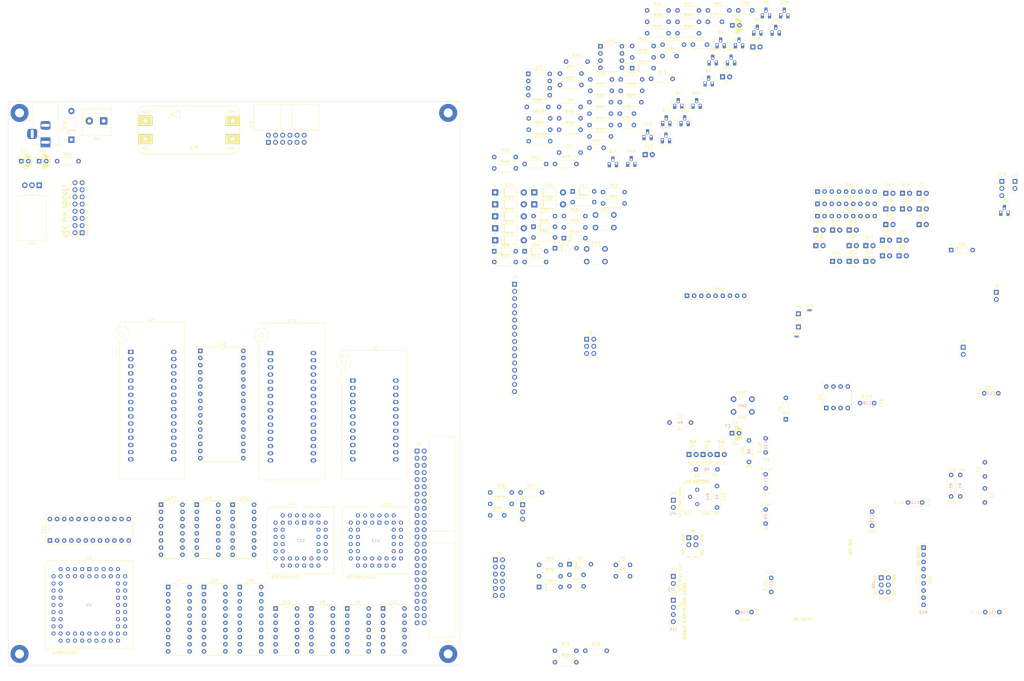
<source format=kicad_pcb>
(kicad_pcb (version 20211014) (generator pcbnew)
  (layers (0 "F.Cu" signal) (31 "B.Cu" signal) (34 "B.Paste" user) (35 "F.Paste" user) (36 "B.SilkS" user "B.Silkscreen") (37 "F.SilkS" user "F.Silkscreen") (38 "B.Mask" user) (39 "F.Mask" user) (44 "Edge.Cuts" user))
  (net 0 "")
  (net 1 "GND")
  (net 2 "VCC")
  (net 3 "RESET")
  (net 4 "LCD-ADJ")
  (net 5 "TX-LED")
  (net 6 "Net-(D2-Pad2)")
  (net 7 "RX-LED")
  (net 8 "Net-(D3-Pad2)")
  (net 9 "/Power/9VDC")
  (net 10 "VIN")
  (net 11 "zVCC")
  (net 12 "VPP-OUT")
  (net 13 "VCC-OUT")
  (net 14 "zOE")
  (net 15 "Net-(C2-Pad1)")
  (net 16 "Net-(D13-Pad1)")
  (net 17 "Net-(C4-Pad1)")
  (net 18 "zA11")
  (net 19 "Net-(D15-Pad2)")
  (net 20 "zA19")
  (net 21 "Net-(D1-Pad2)")
  (net 22 "Net-(D5-Pad2)")
  (net 23 "zA17")
  (net 24 "Net-(D6-Pad2)")
  (net 25 "Net-(D22-Pad2)")
  (net 26 "Net-(D23-Pad2)")
  (net 27 "Net-(D24-Pad2)")
  (net 29 "D7")
  (net 30 "D6")
  (net 31 "D5")
  (net 32 "D4")
  (net 33 "D3")
  (net 34 "D2")
  (net 35 "D1")
  (net 36 "D0")
  (net 37 "A0")
  (net 38 "A1")
  (net 39 "A5")
  (net 40 "A2")
  (net 41 "A3")
  (net 42 "A6")
  (net 43 "A7")
  (net 44 "A4")
  (net 45 "A8")
  (net 46 "A12")
  (net 47 "A10")
  (net 48 "A13")
  (net 49 "A9")
  (net 50 "~{WR}")
  (net 51 "A11")
  (net 52 "A14")
  (net 53 "A15")
  (net 54 "~{OE}")
  (net 55 "/MCU_SAB80C535/VBB")
  (net 56 "zA13")
  (net 57 "~{RES-OUT}")
  (net 58 "zA15")
  (net 59 "Net-(D7-Pad2)")
  (net 60 "Net-(D8-Pad2)")
  (net 61 "P4.6")
  (net 62 "P4.7")
  (net 63 "Net-(D9-Pad2)")
  (net 64 "zSPARE1")
  (net 65 "zSPARE0")
  (net 66 "zA0")
  (net 67 "zA1")
  (net 68 "zA2")
  (net 69 "zA3")
  (net 70 "zA4")
  (net 71 "zA5")
  (net 72 "zA6")
  (net 73 "zA7")
  (net 74 "zA8")
  (net 75 "zA9")
  (net 76 "zA10")
  (net 77 "zGND")
  (net 78 "zA12")
  (net 79 "zA14")
  (net 80 "zA16")
  (net 81 "zA18")
  (net 82 "GND32")
  (net 83 "Net-(Q1-Pad2)")
  (net 84 "Net-(Q1-Pad3)")
  (net 85 "Net-(Q2-Pad2)")
  (net 86 "Net-(Q3-Pad2)")
  (net 87 "Net-(Q4-Pad2)")
  (net 88 "Net-(Q4-Pad3)")
  (net 89 "Net-(Q5-Pad2)")
  (net 90 "Net-(Q5-Pad3)")
  (net 91 "Net-(Q6-Pad2)")
  (net 92 "Net-(Q7-Pad2)")
  (net 93 "Net-(Q8-Pad2)")
  (net 94 "Net-(Q8-Pad3)")
  (net 95 "Net-(Q9-Pad2)")
  (net 96 "Net-(Q9-Pad3)")
  (net 97 "Net-(Q10-Pad2)")
  (net 98 "Net-(Q11-Pad2)")
  (net 99 "Net-(Q12-Pad2)")
  (net 100 "Net-(Q12-Pad3)")
  (net 101 "Net-(Q13-Pad2)")
  (net 102 "Net-(Q13-Pad3)")
  (net 103 "Net-(Q14-Pad2)")
  (net 104 "Net-(Q15-Pad2)")
  (net 105 "Net-(D10-Pad2)")
  (net 106 "VPP-2716")
  (net 107 "RD-2716")
  (net 108 "VCC-DIP24")
  (net 109 "VPP-2732")
  (net 110 "VCC-DIP28")
  (net 111 "VPP-DIP28")
  (net 112 "VCC-DIP32")
  (net 113 "VPP-DIP32")
  (net 114 "Net-(R42-Pad1)")
  (net 115 "Net-(R43-Pad1)")
  (net 116 "Net-(R44-Pad2)")
  (net 117 "Net-(R45-Pad2)")
  (net 118 "VPP-ADC")
  (net 119 "~{INT0}")
  (net 120 "~{INT1}")
  (net 121 "T1")
  (net 122 "RxD-0")
  (net 123 "TxD-0")
  (net 124 "Net-(D11-Pad2)")
  (net 125 "Net-(D12-Pad2)")
  (net 126 "RxD-1")
  (net 127 "TxD-1")
  (net 128 "Net-(D14-Pad1)")
  (net 129 "Net-(D17-Pad2)")
  (net 130 "~{PE}")
  (net 131 "RxD")
  (net 132 "TxD")
  (net 133 "~{RD}")
  (net 134 "~{PSEN}")
  (net 135 "T0")
  (net 136 "~{CS-LCD}")
  (net 137 "ALE")
  (net 138 "Net-(D4-Pad2)")
  (net 139 "~{CS-PPI1}")
  (net 140 "~{CS-PPI0}")
  (net 149 "VCC-ADC")
  (net 150 "VIN-ADC")
  (net 151 "~{EA}")
  (net 152 "E")
  (net 153 "INPUT0")
  (net 154 "INPUT1")
  (net 155 "~{INC}")
  (net 156 "U{slash}~{D}")
  (net 157 "Net-(U17-Pad3)")
  (net 158 "~{CS-DP0}")
  (net 159 "Net-(U17-Pad5)")
  (net 160 "~{CS-DP1}")
  (net 161 "zCE")
  (net 163 "zD7")
  (net 164 "zD6")
  (net 165 "zD5")
  (net 166 "zD4")
  (net 167 "zD3")
  (net 168 "zD2")
  (net 169 "zD1")
  (net 170 "zD0")
  (net 171 "Net-(D18-Pad1)")
  (net 172 "VOUT")
  (net 173 "LCD-PWR1")
  (net 174 "LCD-PWR2")
  (net 175 "~{CS-RAM}")
  (net 176 "Net-(D19-Pad2)")
  (net 177 "Net-(D20-Pad1)")
  (net 178 "Net-(D21-Pad1)")
  (net 179 "Net-(J3-Pad6)")
  (net 180 "Net-(J3-Pad4)")
  (net 181 "Net-(J3-Pad2)")
  (net 182 "Net-(J6-Pad11)")
  (net 183 "Net-(J6-Pad7)")
  (net 184 "Net-(J6-Pad9)")
  (net 185 "Net-(J6-Pad1)")
  (net 186 "Net-(J6-Pad3)")
  (net 187 "Net-(J6-Pad5)")
  (net 188 "/GALS/CS-LCD-WR")
  (net 197 "Net-(D25-Pad1)")
  (net 198 "Net-(D26-Pad2)")
  (net 199 "Net-(D27-Pad2)")
  (net 200 "Net-(D28-Pad2)")
  (net 201 "Net-(D29-Pad2)")
  (net 202 "Net-(D30-Pad1)")
  (net 203 "Net-(D31-Pad2)")
  (net 204 "Net-(D32-Pad2)")
  (net 205 "Net-(D33-Pad2)")
  (net 208 "Net-(D35-Pad2)")
  (net 209 "Net-(D36-Pad2)")
  (net 210 "~{CS-MMU-WR}")
  (net 211 "Net-(D37-Pad2)")
  (net 216 "~{CS-FF-WR}")
  (net 217 "Net-(D40-Pad2)")
  (net 218 "Net-(D41-Pad2)")
  (net 219 "Net-(D42-Pad2)")
  (net 220 "Net-(D43-Pad2)")
  (net 221 "~{IO-SEL}")
  (net 222 "Net-(D44-Pad2)")
  (net 223 "Net-(D45-Pad2)")
  (net 224 "Net-(D46-Pad2)")
  (net 225 "Net-(D47-Pad2)")
  (net 226 "Net-(D48-Pad2)")
  (net 229 "CLK")
  (net 230 "~{Y7}")
  (net 231 "~{Y4}")
  (net 232 "~{Y5}")
  (net 233 "~{Y3}")
  (net 234 "~{Y2}")
  (net 235 "~{Y1}")
  (net 236 "~{Y6}")
  (net 237 "mA14")
  (net 238 "mA15")
  (net 239 "mA17")
  (net 240 "mA16")
  (net 241 "mA19")
  (net 242 "mA18")
  (net 243 "mA21")
  (net 244 "mA20")
  (net 245 "~{RES-IN}")
  (net 246 "Net-(U5-Pad40)")
  (net 249 "Net-(J10-Pad5)")
  (net 250 "Net-(J10-Pad6)")
  (net 253 "Net-(J11-Pad1)")
  (net 256 "Net-(U8-Pad11)")
  (net 257 "ZERO")
  (net 258 "ONE")
  (net 260 "~{PAGE-EN}")
  (net 269 "~{Y0}")
  (footprint "Resistor_THT:R_Axial_DIN0207_L6.3mm_D2.5mm_P7.62mm_Horizontal" (layer "F.Cu") (at 287.31 25.73)
    (fp_text reference "R36")
    (fp_text value "22K")
  )
  (footprint "Package_TO_SOT_THT:TO-92_HandSolder" (layer "F.Cu") (at 281.94 63.5)
    (fp_text reference "U19")
    (fp_text value "LM317L_TO92")
  )
  (footprint "Capacitor_THT:C_Disc_D5.0mm_W2.5mm_P5.00mm" (layer "F.Cu") (at 396.32 187.235 -90)
    (fp_text reference "C3")
    (fp_text value "0.1uF")
  )
  (footprint "Resistor_THT:R_Axial_DIN0207_L6.3mm_D2.5mm_P7.62mm_Horizontal" (layer "F.Cu") (at 243.84 244.87)
    (fp_text reference "R30")
    (fp_text value "4700")
  )
  (footprint "Diode_THT:D_DO-35_SOD27_P7.62mm_Horizontal" (layer "F.Cu") (at 250.16 81.85)
    (fp_text reference "D17")
    (fp_text value "1N4148")
  )
  (footprint "Socket:DIP_Socket-32_W11.9_W12.7_W15.24_W17.78_W18.5_3M_232-1285-00-0602J" (layer "F.Cu") (at 142.9675 139.23)
    (fp_text reference "U15")
    (fp_text value "27C080")
  )
  (footprint "Resistor_THT:R_Axial_DIN0207_L6.3mm_D2.5mm_P7.62mm_Horizontal" (layer "F.Cu") (at 267.18 42.11)
    (fp_text reference "R14")
    (fp_text value "4700")
  )
  (footprint "Package_LCC:PLCC-44_THT-Socket" (layer "F.Cu") (at 154.94 199.39)
    (fp_text reference "U11")
    (fp_text value "82C55A_PLCC")
  )
  (footprint "Diode_THT:D_DO-35_SOD27_P7.62mm_Horizontal" (layer "F.Cu") (at 236.25 94.4)
    (fp_text reference "D28")
    (fp_text value "1N4148")
  )
  (footprint "LED_THT:LED_D3.0mm" (layer "F.Cu") (at 354.09 101.12)
    (fp_text reference "D11")
    (fp_text value "P1.7")
  )
  (footprint "Capacitor_THT:CP_Radial_D5.0mm_P2.50mm" (layer "F.Cu") (at 306.769775 22.93)
    (fp_text reference "C23")
    (fp_text value "10uF")
  )
  (footprint "Resistor_THT:R_Axial_DIN0207_L6.3mm_D2.5mm_P7.62mm_Horizontal" (layer "F.Cu") (at 222.34 106.9)
    (fp_text reference "R55")
    (fp_text value "2200")
  )
  (footprint "LED_THT:LED_D3.0mm" (layer "F.Cu") (at 336.39 101.12)
    (fp_text reference "D36")
    (fp_text value "~{WR}")
  )
  (footprint "Capacitor_THT:C_Disc_D5.0mm_W2.5mm_P5.00mm" (layer "F.Cu") (at 320.545 218.985 -90)
    (fp_text reference "C17")
    (fp_text value "0.1uF")
  )
  (footprint "Connector_PinHeader_2.54mm:PinHeader_1x03_P2.54mm_Vertical" (layer "F.Cu") (at 232.41 193.055)
    (fp_text reference "J53")
    (fp_text value "GND32")
  )
  (footprint "LED_THT:LED_D3.0mm" (layer "F.Cu") (at 342.29 106.67)
    (fp_text reference "D32")
    (fp_text value "PPI1")
  )
  (footprint "Resistor_THT:R_Array_SIP9" (layer "F.Cu") (at 336.94 90.62)
    (fp_text reference "RN4")
    (fp_text value "10K")
  )
  (footprint "Capacitor_THT:C_Disc_D5.0mm_W2.5mm_P5.00mm" (layer "F.Cu") (at 265.47 218.44)
    (fp_text reference "C5")
    (fp_text value "0.1uF")
  )
  (footprint "LED_THT:LED_D3.0mm" (layer "F.Cu") (at 314.05 30.6)
    (fp_text reference "D23")
    (fp_text value "LED")
  )
  (footprint "Resistor_THT:R_Axial_DIN0207_L6.3mm_D2.5mm_P7.62mm_Horizontal" (layer "F.Cu") (at 267.18 46.16)
    (fp_text reference "R50")
    (fp_text value "10K")
  )
  (footprint "LED_THT:LED_D3.0mm" (layer "F.Cu") (at 296.38 175.235)
    (fp_text reference "D2")
    (fp_text value "P1.0")
  )
  (footprint "Resistor_THT:R_Axial_DIN0207_L6.3mm_D2.5mm_P7.62mm_Horizontal" (layer "F.Cu") (at 245.33 68.08)
    (fp_text reference "R5")
    (fp_text value "4700")
  )
  (footprint "Diode_THT:D_DO-41_SOD81_P10.16mm_Horizontal" (layer "F.Cu") (at 222.64 82.2)
    (fp_text reference "D25")
    (fp_text value "1N4728A")
  )
  (footprint "Resistor_THT:R_Axial_DIN0207_L6.3mm_D2.5mm_P7.62mm_Horizontal" (layer "F.Cu") (at 282.01 29.78)
    (fp_text reference "R48")
    (fp_text value "22K")
  )
  (footprint "Diode_THT:D_DO-41_SOD81_P10.16mm_Horizontal" (layer "F.Cu") (at 222.64 94.95)
    (fp_text reference "D14")
    (fp_text value "1N4728A")
  )
  (footprint "Package_DIP:DIP-24_W7.62mm_Socket" (layer "F.Cu") (at 64.77 205.74 90)
    (fp_text reference "U24")
    (fp_text value "GAL22V10")
  )
  (footprint "Capacitor_THT:C_Disc_D5.0mm_W2.5mm_P5.00mm" (layer "F.Cu") (at 266.87 58.31)
    (fp_text reference "C26")
    (fp_text value "0.1uF")
  )
  (footprint "Connector_PinHeader_2.54mm:PinHeader_2x03_P2.54mm_Vertical" (layer "F.Cu") (at 255.095 134.3)
    (fp_text reference "J3")
    (fp_text value "ADC INP")
  )
  (footprint "NetTie:NetTie-2_THT_Pad0.3mm" (layer "F.Cu") (at 333.58 124.05)
    (fp_text reference "NT2")
    (fp_text value "NetTie_2")
  )
  (footprint "LED_THT:LED_D3.0mm" (layer "F.Cu") (at 361.19 93.62)
    (fp_text reference "D41")
    (fp_text value "T0")
  )
  (footprint "Resistor_THT:R_Axial_DIN0207_L6.3mm_D2.5mm_P7.62mm_Horizontal" (layer "F.Cu") (at 301.32 194.045 90)
    (fp_text reference "R3")
    (fp_text value "220")
  )
  (footprint "Resistor_THT:R_Axial_DIN0207_L6.3mm_D2.5mm_P7.62mm_Horizontal" (layer "F.Cu") (at 277.95 41.91)
    (fp_text reference "R13")
    (fp_text value "4700")
  )
  (footprint "Capacitor_THT:C_Disc_D5.0mm_W2.5mm_P5.00mm" (layer "F.Cu") (at 308.85 17.63)
    (fp_text reference "C25")
    (fp_text value "0.1uF")
  )
  (footprint "Connector_PinHeader_2.54mm:PinHeader_2x06_P2.54mm_Vertical" (layer "F.Cu") (at 222.725 212.59)
    (fp_text reference "J6")
    (fp_text value "PWR PINS")
  )
  (footprint "LED_THT:LED_D3.0mm" (layer "F.Cu") (at 301.38 175.235)
    (fp_text reference "D3")
    (fp_text value "P1.1")
  )
  (footprint "Resistor_THT:R_Axial_DIN0207_L6.3mm_D2.5mm_P7.62mm_Horizontal" (layer "F.Cu") (at 271.24 30.26)
    (fp_text reference "R43")
    (fp_text value "100K")
  )
  (footprint "Resistor_THT:R_Axial_DIN0207_L6.3mm_D2.5mm_P7.62mm_Horizontal" (layer "F.Cu") (at 236.25 90.6)
    (fp_text reference "R59")
    (fp_text value "10K")
  )
  (footprint "Resistor_THT:R_Axial_DIN0207_L6.3mm_D2.5mm_P7.62mm_Horizontal" (layer "F.Cu") (at 238.23 218.44)
    (fp_text reference "R40")
    (fp_text value "10K")
  )
  (footprint "Package_TO_SOT_THT:TO-92_HandSolder" (layer "F.Cu") (at 323.92 19.18)
    (fp_text reference "U20")
    (fp_text value "LM317L_TO92")
  )
  (footprint "Package_TO_SOT_THT:TO-92_HandSolder" (layer "F.Cu") (at 320.87 25.29)
    (fp_text reference "Q1")
    (fp_text value "2N3904")
  )
  (footprint "Diode_THT:D_DO-41_SOD81_P10.16mm_Horizontal" (layer "F.Cu") (at 236.55 82.2)
    (fp_text reference "D20")
    (fp_text value "1N4728A")
  )
  (footprint "Package_TO_SOT_THT:TO-92_HandSolder" (layer "F.Cu") (at 275.43 62.36)
    (fp_text reference "Q13")
    (fp_text value "2N3904")
  )
  (footprint "LED_THT:LED_D3.0mm" (layer "F.Cu") (at 372.99 93.62)
    (fp_text reference "D12")
    (fp_text value "ROM")
  )
  (footprint "Button_Switch_THT:SW_PUSH_6mm" (layer "F.Cu") (at 255.1 102.25)
    (fp_text reference "SW3")
    (fp_text value "INPUT1")
  )
  (footprint "Resistor_THT:R_Axial_DIN0207_L6.3mm_D2.5mm_P7.62mm_Horizontal" (layer "F.Cu") (at 256.1 54.26)
    (fp_text reference "R51")
    (fp_text value "8200")
  )
  (footprint "Capacitor_THT:C_Disc_D5.0mm_W2.5mm_P5.00mm" (layer "F.Cu") (at 369.07 192.235)
    (fp_text reference "C12")
    (fp_text value "0.1uF")
  )
  (footprint "Resistor_THT:R_Axial_DIN0207_L6.3mm_D2.5mm_P7.62mm_Horizontal" (layer "F.Cu") (at 260.93 86.15)
    (fp_text reference "R54")
    (fp_text value "2200")
  )
  (footprint "Diode_THT:D_DO-35_SOD27_P7.62mm_Horizontal" (layer "F.Cu") (at 238.23 222.24)
    (fp_text reference "D5")
    (fp_text value "1N4148")
  )
  (footprint "Resistor_THT:R_Axial_DIN0207_L6.3mm_D2.5mm_P7.62mm_Horizontal" (layer "F.Cu") (at 293.86 180.485)
    (fp_text reference "R6")
    (fp_text value "10K")
  )
  (footprint "LED_THT:LED_D3.0mm" (layer "F.Cu") (at 342.29 95.57)
    (fp_text reference "D43")
    (fp_text value "ALE")
  )
  (footprint "Resistor_THT:R_Axial_DIN0207_L6.3mm_D2.5mm_P7.62mm_Horizontal" (layer "F.Cu") (at 247.02 90.6)
    (fp_text reference "R56")
    (fp_text value "2200")
  )
  (footprint "Package_DIP:DIP-20_W7.62mm_Socket" (layer "F.Cu") (at 106.69 222.255)
    (fp_text reference "U7")
    (fp_text value "74LS373")
  )
  (footprint "Resistor_THT:R_Axial_DIN0207_L6.3mm_D2.5mm_P7.62mm_Horizontal" (layer "F.Cu") (at 312.67 170.25 -90)
    (fp_text reference "R8")
    (fp_text value "10K")
  )
  (footprint "Resistor_THT:R_Axial_DIN0207_L6.3mm_D2.5mm_P7.62mm_Horizontal" (layer "F.Cu") (at 245.33 55.93)
    (fp_text reference "R49")
    (fp_text value "2200")
  )
  (footprint "Resistor_THT:R_Axial_DIN0207_L6.3mm_D2.5mm_P7.62mm_Horizontal" (layer "F.Cu") (at 233.89 51.88)
    (fp_text reference "R35")
    (fp_text value "22K")
  )
  (footprint "Package_DIP:DIP-8_W7.62mm_Socket" (layer "F.Cu") (at 340.07 158.735 90)
    (fp_text reference "U4")
    (fp_text value "X9C103PZ")
  )
  (footprint "Button_Switch_THT:SW_PUSH_6mm" (layer "F.Cu") (at 258.24 90.2)
    (fp_text reference "SW2")
    (fp_text value "INPUT0")
  )
  (footprint "Capacitor_THT:C_Disc_D5.0mm_W2.5mm_P5.00mm" (layer "F.Cu") (at 396.07 153.485)
    (fp_text reference "C13")
    (fp_text value "0.1uF")
  )
  (footprint "Resistor_THT:R_Axial_DIN0207_L6.3mm_D2.5mm_P7.62mm_Horizontal" (layer "F.Cu") (at 271.24 34.31)
    (fp_text reference "R16")
    (fp_text value "10K")
  )
  (footprint "Resistor_THT:R_Axial_DIN0207_L6.3mm_D2.5mm_P7.62mm_Horizontal" (layer "F.Cu") (at 266.87 50.21)
    (fp_text reference "R53")
    (fp_text value "10K")
  )
  (footprint "Package_TO_SOT_THT:TO-92_HandSolder" (layer "F.Cu") (at 297.08 43.33)
    (fp_text reference "Q6")
    (fp_text value "2N3906")
  )
  (footprint "misc_footprints:MT3608_module" (layer "F.Cu") (at 115.57 60.01)
    (fp_text reference "U18")
    (fp_text value "MT3608_module")
  )
  (footprint "Diode_THT:D_DO-35_SOD27_P7.62mm_Horizontal" (layer "F.Cu") (at 249 214.14)
    (fp_text reference "D6")
    (fp_text value "1N4148")
  )
  (footprint "Connector_PinHeader_2.54mm:PinHeader_1x01_P2.54mm_Vertical" (layer "F.Cu") (at 330.18 125.3)
    (fp_text reference "TP1")
    (fp_text value "VCC")
  )
  (footprint "Capacitor_THT:C_Disc_D5.0mm_W2.5mm_P5.00mm" (layer "F.Cu") (at 256.1 66.41)
    (fp_text reference "C24")
    (fp_text value "0.1uF")
  )
  (footprint "Resistor_THT:R_Axial_DIN0207_L6.3mm_D2.5mm_P7.62mm_Horizontal" (layer "F.Cu") (at 256.1 58.31)
    (fp_text reference "R17")
    (fp_text value "22K")
  )
  (footprint "LED_THT:LED_D3.0mm" (layer "F.Cu") (at 365.89 99.17)
    (fp_text reference "D31")
    (fp_text value "PPI0")
  )
  (footprint "Diode_THT:D_DO-41_SOD81_P10.16mm_Horizontal" (layer "F.Cu") (at 72.39 63.5 90)
    (fp_text reference "D16")
    (fp_text value "1N5819")
  )
  (footprint "Connector_PinHeader_2.54mm:PinHeader_1x02_P2.54mm_Vertical" (layer "F.Cu") (at 400.37 117.66)
    (fp_text reference "J8")
    (fp_text value "NMOS")
  )
  (footprint "Package_DIP:DIP-16_W7.62mm_Socket" (layer "F.Cu") (at 116.85 193.03)
    (fp_text reference "U28")
    (fp_text value "74LS670")
  )
  (footprint "Resistor_THT:R_Axial_DIN0207_L6.3mm_D2.5mm_P7.62mm_Horizontal" (layer "F.Cu") (at 384.32 182.485 -90)
    (fp_text reference "R2")
    (fp_text value "220")
  )
  (footprint "Diode_THT:D_DO-41_SOD81_P10.16mm_Horizontal" (layer "F.Cu") (at 222.64 90.7)
    (fp_text reference "D13")
    (fp_text value "1N4728A")
  )
  (footprint "Package_TO_SOT_THT:TO-92_HandSolder" (layer "F.Cu") (at 286.31 51.28)
    (fp_text reference "Q4")
    (fp_text value "2N3904")
  )
  (footprint "Package_TO_SOT_THT:TO-92_HandSolder" (layer "F.Cu") (at 298.52 35.89)
    (fp_text reference "Q8")
    (fp_text value "2N3904")
  )
  (footprint "LED_THT:LED_D3.0mm" (layer "F.Cu") (at 336.39 95.57)
    (fp_text reference "D45")
    (fp_text value "VCC")
  )
  (footprint "Package_TO_SOT_THT:TO-92_HandSolder" (layer "F.Cu") (at 292.82 51.28)
    (fp_text reference "Q11")
    (fp_text value "2N3906")
  )
  (footprint "Resistor_THT:R_Axial_DIN0207_L6.3mm_D2.5mm_P7.62mm_Horizontal" (layer "F.Cu") (at 276.54 25.73)
    (fp_text reference "R42")
    (fp_text value "10K")
  )
  (footprint "Package_DIP:DIP-20_W7.62mm_Socket" (layer "F.Cu") (at 119.38 222.25)
    (fp_text reference "U25")
    (fp_text value "GAL16V8")
  )
  (footprint "TerminalBlock_Phoenix:TerminalBlock_Phoenix_MKDS-1,5-2-5.08_1x02_P5.08mm_Horizontal" (layer "F.Cu") (at 83.825 56.845 180)
    (fp_text reference "J51")
    (fp_text value "9VDC")
  )
  (footprint "Resistor_THT:R_Axial_DIN0207_L6.3mm_D2.5mm_P7.62mm_Horizontal" (layer "F.Cu") (at 250.16 85.65)
    (fp_text reference "R57")
    (fp_text value "2200")
  )
  (footprint "Connector_IDC:IDC-Header_2x06_P2.54mm_Horizontal" (layer "F.Cu") (at 142.24 64.4375 90)
    (fp_text reference "J10")
    (fp_text value "MAIN & AUX SERIAL")
  )
  (footprint "Connector_PinHeader_2.54mm:PinHeader_1x16_P2.54mm_Vertical" (layer "F.Cu") (at 229.555 114.8)
    (fp_text reference "J7")
    (fp_text value "ALT LCD PORT")
  )
  (footprint "Resistor_THT:R_Array_SIP9" (layer "F.Cu") (at 374.57 208.265 -90)
    (fp_text reference "RN3")
    (fp_text value "10K")
  )
  (footprint "Capacitor_THT:CP_Radial_D5.0mm_P2.50mm" (layer "F.Cu") (at 54.61 71.12)
    (fp_text reference "C22")
    (fp_text value "10uF")
  )
  (footprint "NetTie:NetTie-2_THT_Pad0.3mm" (layer "F.Cu") (at 328.93 133.35)
    (fp_text reference "NT1")
    (fp_text value "NetTie_2")
  )
  (footprint "Capacitor_THT:C_Disc_D5.0mm_W2.5mm_P5.00mm" (layer "F.Cu") (at 266.87 54.26)
    (fp_text reference "C29")
    (fp_text value "0.1uF")
  )
  (footprint "Connector_PinHeader_2.54mm:PinHeader_2x08_P2.54mm_Vertical" (layer "F.Cu") (at 76.2 96.52 180)
    (fp_text reference "J4")
    (fp_text value "LCD PORT")
  )
  (footprint "Package_DIP:DIP-8_W7.62mm_Socket" (layer "F.Cu") (at 234.39 40.13)
    (fp_text reference "U3")
    (fp_text value "X9C103PZ")
  )
  (footprint "Connector_PinHeader_2.54mm:PinHeader_1x01_P2.54mm_Vertical" (layer "F.Cu") (at 330.18 129.95)
    (fp_text reference "TP2")
    (fp_text value "GND")
  )
  (footprint "Capacitor_THT:C_Disc_D5.0mm_W2.5mm_P5.00mm" (layer "F.Cu") (at 313.56 231.14 180)
    (fp_text reference "C16")
    (fp_text value "0.1uF")
  )
  (footprint "Button_Switch_THT:SW_PUSH_6mm" (layer "F.Cu") (at 313.69 160.09 180)
    (fp_text reference "SW1")
    (fp_text value "RESET")
  )
  (footprint "Package_TO_SOT_THT:TO-92_HandSolder" (layer "F.Cu") (at 282.06 57.39)
    (fp_text reference "Q12")
    (fp_text value "2N3904")
  )
  (footprint "LED_THT:LED_D3.0mm" (layer "F.Cu") (at 359.99 104.72)
    (fp_text reference "D44")
    (fp_text value "~{IO-SEL}")
  )
  (footprint "Resistor_THT:R_Axial_DIN0207_L6.3mm_D2.5mm_P7.62mm_Horizontal" (layer "F.Cu") (at 67.31 71.12)
    (fp_text reference "R52")
    (fp_text value "10K")
  )
  (footprint "Package_TO_SOT_THT:TO-92_HandSolder" (layer "F.Cu") (at 269.65 71.86)
    (fp_text reference "Q10")
    (fp_text value "2N3906")
  )
  (footprint "MountingHole:MountingHole_3.2mm_M3_Pad" (layer "F.Cu") (at 206 246)
    (fp_text reference "H3")
    (fp_text value "MountingHole_Pad")
  )
  (footprint "Capacitor_THT:C_Disc_D5.0mm_W2.5mm_P5.00mm" (layer "F.Cu") (at 401.44 231.14 180)
    (fp_text reference "C11")
    (fp_text value "0.1uF")
  )
  (footprint "Resistor_THT:R_Array_SIP9" (layer "F.Cu") (at 336.94 86.27)
    (fp_text reference "RN2")
    (fp_text value "10K")
  )
  (footprint "Resistor_THT:R_Axial_DIN0207_L6.3mm_D2.5mm_P7.62mm_Horizontal" (layer "F.Cu") (at 233.11 106.9)
    (fp_text reference "R12")
    (fp_text value "2200")
  )
  (footprint "LED_THT:LED_D3.0mm" (layer "F.Cu") (at 367.09 82.52)
    (fp_text reference "D33")
    (fp_text value "LCD")
  )
  (footprint "Diode_THT:D_DO-35_SOD27_P7.62mm_Horizontal" (layer "F.Cu") (at 247.02 98.45)
    (fp_text reference "D19")
    (fp_text value "1N4148")
  )
  (footprint "Package_LCC:PLCC-68_THT-Socket" (layer "F.Cu") (at 78.74 215.9)
    (fp_text reference "U5")
    (fp_text value "SAB80C535")
  )
  (footprint "LED_THT:LED_D3.0mm" (layer "F.Cu") (at 348.19 95.57)
    (fp_text reference "D42")
    (fp_text value "T1")
  )
  (footprint "Potentiometer_THT:Potentiometer_Bourns_3386P_Vertical" (layer "F.Cu") (at 294.32 187.735 180)
    (fp_text reference "RV1")
    (fp_text value "10K")
  )
  (footprint "Capacitor_THT:CP_Radial_D5.0mm_P2.50mm" (layer "F.Cu") (at 60.96 71.12)
    (fp_text reference "C21")
    (fp_text value "10uF")
  )
  (footprint "Package_TO_SOT_THT:TO-92L_HandSolder" (layer "F.Cu") (at 401.97 89.22)
    (fp_text reference "U16")
    (fp_text value "DS1233")
  )
  (footprint "Capacitor_THT:C_Disc_D5.0mm_W2.5mm_P5.00mm" (layer "F.Cu") (at 220.89 196.805)
    (fp_text reference "C28")
    (fp_text value "0.1uF")
  )
  (footprint "MountingHole:MountingHole_3.2mm_M3_Pad" (layer "F.Cu") (at 54 54)
    (fp_text reference "H1")
    (fp_text value "MountingHole_Pad")
  )
  (footprint "Resistor_THT:R_Array_SIP9" (layer "F.Cu") (at 336.94 81.92)
    (fp_text reference "RN1")
    (fp_text value "820")
  )
  (footprint "Package_DIP:DIP-20_W7.62mm_Socket" (layer "F.Cu") (at 132.08 222.25)
    (fp_text reference "U26")
    (fp_text value "GAL16V8")
  )
  (footprint "Resistor_THT:R_Axial_DIN0207_L6.3mm_D2.5mm_P7.62mm_Horizontal" (layer "F.Cu") (at 245.33 51.88)
    (fp_text reference "R9")
    (fp_text value "4700")
  )
  (footprint "Capacitor_THT:CP_Radial_D5.0mm_P2.50mm" (layer "F.Cu") (at 306.6149 167.655)
    (fp_text reference "C7")
    (fp_text value "10u")
  )
  (footprint "Diode_THT:D_DO-35_SOD27_P7.62mm_Horizontal" (layer "F.Cu") (at 243.88 102)
    (fp_text reference "D27")
    (fp_text value "1N4148")
  )
  (footprint "Package_DIP:DIP-16_W7.62mm_Socket" (layer "F.Cu") (at 129.55 193.03)
    (fp_text reference "U23")
    (fp_text value "74LS138")
  )
  (footprint "Socket:DIP_Socket-32_W11.9_W12.7_W15.24_W17.78_W18.5_3M_232-1285-00-0602J" (layer "F.Cu") (at 93.4375 138.82)
    (fp_text reference "U9")
    (fp_text value "SST39SF040")
  )
  (footprint "Resistor_THT:R_Axial_DIN0207_L6.3mm_D2.5mm_P7.62mm_Horizontal" (layer "F.Cu") (at 243.84 248.92)
    (fp_text reference "R26")
    (fp_text value "4700")
  )
  (footprint "Capacitor_THT:C_Disc_D5.0mm_W2.5mm_P5.00mm" (layer "F.Cu") (at 318.57 194.735 -90)
    (fp_text reference "C9")
    (fp_text value "0.1uF")
  )
  (footprint "Capacitor_THT:C_Disc_D5.0mm_W2.5mm_P5.00mm" (layer "F.Cu") (at 282.01 33.83)
    (fp_text reference "C20")
    (fp_text value "0.1uF")
  )
  (footprint "Package_DIP:DIP-14_W7.62mm_Socket" (layer "F.Cu") (at 157.5 229.86)
    (fp_text reference "U8")
    (fp_text value "11.0592 MHz")
  )
  (footprint "Package_TO_SOT_THT:TO-92_HandSolder" (layer "F.Cu") (at 263.14 72.01)
    (fp_text reference "Q14")
    (fp_text value "2N3906")
  )
  (footprint "MountingHole:MountingHole_3.2mm_M3_Pad" (layer "F.Cu") (at 54 246)
    (fp_text reference "H4")
    (fp_text value "MountingHole_Pad")
  )
  (footprint "Package_TO_SOT_THT:TO-92_HandSolder" (layer "F.Cu") (at 317.41 19.18)
    (fp_text reference "Q2")
    (fp_text value "2N3906")
  )
  (footprint "Package_TO_SOT_THT:TO-92_HandSolder" (layer "F.Cu") (at 305.03 35.89)
    (fp_text reference "Q3")
    (fp_text value "2N3906")
  )
  (footprint "LED_THT:LED_D3.0mm" (layer "F.Cu") (at 372.99 82.52)
    (fp_text reference "D7")
    (fp_text value "P1.3")
  )
  (footprint "Connector_PinHeader_2.54mm:PinHeader_2x03_P2.54mm_Vertical" (layer "F.Cu") (at 359.545 218.96)
    (fp_text reference "J20")
    (fp_text value "~{PE} ~{EA}")
  )
  (footprint "Resistor_THT:R_Axial_DIN0207_L6.3mm_D2.5mm_P7.62mm_Horizontal" (layer "F.Cu") (at 256.1 50.21)
    (fp_text reference "R32")
    (fp_text value "4700")
  )
  (footprint "Diode_THT:D_DO-41_SOD81_P10.16mm_Horizontal" (layer "F.Cu") (at 222.64 86.45)
    (fp_text reference "D21")
    (fp_text value "1N4728A")
  )
  (footprint "Capacitor_THT:C_Disc_D5.0mm_W2.5mm_P5.00mm" (layer "F.Cu") (at 292.78 29.78)
    (fp_text reference "C30")
    (fp_text value "0.1uF")
  )
  (footprint "Resistor_THT:R_Axial_DIN0207_L6.3mm_D2.5mm_P7.62mm_Horizontal" (layer "F.Cu") (at 222.34 69.65)
    (fp_text reference "R38")
    (fp_text value "4700")
  )
  (footprint "Package_LCC:PLCC-44_THT-Socket" (layer "F.Cu") (at 181.61 199.39)
    (fp_text reference "U12")
    (fp_text value "82C55A_PLCC")
  )
  (footprint "Resistor_THT:R_Axial_DIN0207_L6.3mm_D2.5mm_P7.62mm_Horizontal" (layer "F.Cu") (at 238.23 214.39)
    (fp_text reference "R39")
    (fp_text value "10K")
  )
  (footprint "Resistor_THT:R_Axial_DIN0207_L6.3mm_D2.5mm_P7.62mm_Horizontal" (layer "F.Cu") (at 220.89 192.755)
    (fp_text reference "R25")
    (fp_text value "4700")
  )
  (footprint "Diode_THT:D_DO-35_SOD27_P7.62mm_Horizontal" (layer "F.Cu") (at 222.34 103.1)
    (fp_text reference "D29")
    (fp_text value "1N4148")
  )
  (footprint "Resistor_THT:R_Axial_DIN0207_L6.3mm_D2.5mm_P7.62mm_Horizontal" (layer "F.Cu") (at 234.56 59.98)
    (fp_text reference "R22")
    (fp_text value "10K")
  )
  (footprint "Package_DIP:DIP-8_W7.62mm_Socket" (layer "F.Cu") (at 259.99 30.36)
    (fp_text reference "U17")
    (fp_text value "LM358")
  )
  (footprint "MountingHole:MountingHole_3.2mm_M3_Pad" (layer "F.Cu") (at 206 54)
    (fp_text reference "H2")
    (fp_text value "MountingHole_Pad")
  )
  (footprint "LED_THT:LED_D3.0mm" (layer "F.Cu") (at 348.19 101.12)
    (fp_text reference "D37")
    (fp_text value "MMU")
  )
  (footprint "Diode_THT:D_DO-35_SOD27_P7.62mm_Horizontal" (layer "F.Cu") (at 384.35 102.67)
    (fp_text reference "D50")
    (fp_text value "1N4148")
  )
  (footprint "Resistor_THT:R_Axial_DIN0207_L6.3mm_D2.5mm_P7.62mm_Horizontal" (layer "F.Cu") (at 276.54 17.63)
    (fp_text reference "R15")
    (fp_text value "10K")
  )
  (footprint "LED_THT:LED_D3.0mm" (layer "F.Cu") (at 354.09 106.67)
    (fp_text reference "D35")
    (fp_text value "~{OE}")
  )
  (footprint "Connector_BarrelJack:BarrelJack_Horizontal" (layer "F.Cu") (at 63.1875 64.42 -90)
    (fp_text reference "J45")
    (fp_text value "Barrel_Jack_MountingPin")
  )
  (footprint "Package_DIP:DIP-14_W7.62mm_Socket" (layer "F.Cu") (at 144.79 229.865)
    (fp_text reference "U13")
    (fp_text value "74LS30")
  )
  (footprint "Resistor_THT:R_Axial_DIN0207_L6.3mm_D2.5mm_P7.62mm_Horizontal" (layer "F.Cu") (at 233.11 72.13)
    (fp_text reference "R33")
    (fp_text value "10K")
  )
  (footprint "LED_THT:LED_D3.0mm" (layer "F.Cu") (at 365.89 104.72)
    (fp_text reference "D8")
    (fp_text value "P1.4")
  )
  (footprint "Diode_THT:D_DO-35_SOD27_P7.62mm_Horizontal" (layer "F.Cu") (at 233.11 103.1)
    (fp_text reference "D26")
    (fp_text value "1N4148")
  )
  (footprint "Resistor_THT:R_Axial_DIN0207_L6.3mm_D2.5mm_P7.62mm_Horizontal" (layer "F.Cu") (at 220.89 188.705)
    (fp_text reference "R28")
    (fp_text value "4700")
  )
  (footprint "Resistor_THT:R_Axial_DIN0207_L6.3mm_D2.5mm_P7.62mm_Horizontal" (layer "F.Cu") (at 247.02 94.65)
    (fp_text reference "R60")
    (fp_text value "10K")
  )
  (footprint "LED_THT:LED_D3.0mm" (layer "F.Cu") (at 275.85 68.81)
    (fp_text reference "D22")
    (fp_text value "LED")
  )
  (footprint "Package_DIP:DIP-32_W15.24mm_Socket" (layer "F.Cu") (at 118.105 138.43)
    (fp_text reference "U10")
    (fp_text value "AS6C4008-55PCN")
  )
  (footprint "Capacitor_THT:C_Disc_D5.0mm_W2.5mm_P5.00mm" (layer "F.Cu") (at 249 217.94)
    (fp_text reference "C2")
    (fp_text value "0.1uF")
  )
  (footprint "Resistor_THT:R_Axial_DIN0207_L6.3mm_D2.5mm_P7.62mm_Horizontal" (layer "F.Cu") (at 245.64 44.08)
    (fp_text reference "R21")
    (fp_text value "10K")
  )
  (footprint "Resistor_THT:R_Axial_DIN0207_L6.3mm_D2.5mm_P7.62mm_Horizontal" (layer "F.Cu") (at 234.56 64.03)
    (fp_text reference "R23")
    (fp_text value "22K")
  )
  (footprint "Connector_PinHeader_2.54mm:PinHeader_1x02_P2.54mm_Vertical" (layer "F.Cu") (at 285.82 218.46)
    (fp_text reference "JP2")
    (fp_text value "SER PWR AUX")
  )
  (footprint "Capacitor_THT:C_Disc_D5.0mm_W2.5mm_P5.00mm" (layer "F.Cu") (at 396.32 182.985 90)
    (fp_text reference "C1")
    (fp_text value "0.1uF")
  )
  (footprint "Connector_PinHeader_2.54mm:PinHeader_1x02_P2.54mm_Vertical" (layer "F.Cu") (at 406.96 78.27)
    (fp_text reference "J11")
    (fp_text value "EXT RES")
  )
  (footprint "Diode_THT:D_DO-35_SOD27_P7.62mm_Horizontal" (layer "F.Cu") (at 325.72 162.735 90)
    (fp_text reference "D1")
    (fp_text value "1N4148")
  )
  (footprint "Capacitor_THT:C_Disc_D5.0mm_W2.5mm_P5.00mm" (layer "F.Cu") (at 357.07 156.985 180)
    (fp_text reference "C18")
    (fp_text value "0.1uF")
  )
  (footprint "Package_TO_SOT_THT:TO-92_HandSolder" (layer "F.Cu") (at 288.57 57.39)
    (fp_text reference "Q15")
    (fp_text value "2N3906")
  )
  (footprint "Resistor_THT:R_Axial_DIN0207_L6.3mm_D2.5mm_P7.62mm_Horizontal" (layer "F.Cu") (at 234.56 55.93)
    (fp_text reference "R19")
    (fp_text value "4700")
  )
  (footprint "Resistor_THT:R_Axial_DIN0207_L6.3mm_D2.5mm_P7.62mm_Horizontal" (layer "F.Cu") (at 222.34 73.7)
    (fp_text reference "R46")
    (fp_text value "240")
  )
  (footprint "Connector_PinHeader_2.54mm:PinHeader_1x03_P2.54mm_Vertical" (layer "F.Cu") (at 402.31 78.27)
    (fp_text reference "JP3")
    (fp_text value "RES SEL")
  )
  (footprint "Resistor_THT:R_Axial_DIN0207_L6.3mm_D2.5mm_P7.62mm_Horizontal" (layer "F.Cu") (at 256.41 42.11)
    (fp_text reference "R20")
    (fp_text value "4700")
  )
  (footprint "Capacitor_THT:C_Disc_D5.0mm_W2.5mm_P5.00mm" (layer "F.Cu") (at 298.08 21.68)
    (fp_text reference "C27")
    (fp_text value "0.1uF")
  )
  (footprint "LED_THT:LED_D3.0mm" (layer "F.Cu") (at 361.19 88.07)
    (fp_text reference "D48")
    (fp_text value "~{RES-OUT}")
  )
  (footprint "Package_DIP:DIP-16_W7.62mm_Socket" (layer "F.Cu") (at 104.15 193.03)
    (fp_text reference "U27")
    (fp_text value "74LS670")
  )
  (footprint "Package_DIP:DIP-14_W7.62mm_Socket" (layer "F.Cu") (at 170.2 229.86)
    (fp_text reference "U6")
    (fp_text value "74LS14")
  )
  (footprint "Resistor_THT:R_Axial_DIN0207_L6.3mm_D2.5mm_P7.62mm_Horizontal" (layer "F.Cu") (at 231.66 188.705)
    (fp_text reference "R27")
    (fp_text value "4700")
  )
  (footprint "Connector_PinHeader_2.54mm:PinHeader_1x04_P2.54mm_Vertical" (layer "F.Cu") (at 285.82 226.935)
    (fp_text reference "J15")
    (fp_text value "FE    SS")
  )
  (footprint "Connector_PinHeader_2.54mm:PinHeader_1x02_P2.54mm_Vertical" (layer "F.Cu") (at 388.62 137.16)
    (fp_text reference "J9")
    (fp_text value "CMOS")
  )
  (footprint "LED_THT:LED_D3.0mm" (layer "F.Cu") (at 303.28 41.2)
    (fp_text reference "D24")
    (fp_text value "RAM")
  )
  (footprint "Connector_PinHeader_2.54mm:PinHeader_2x02_P2.54mm_Vertical" (layer "F.Cu") (at 291.32 204.735)
    (fp_text reference "J46")
    (fp_text value "LCD PWR")
  )
  (footprint "Capacitor_THT:C_Disc_D5.0mm_W2.5mm_P5.00mm" (layer "F.Cu") (at 318.57 169.465 -90)
    (fp_text reference "C10")
    (fp_text value "0.1uF")
  )
  (footprint "Capacitor_THT:C_Disc_D5.0mm_W2.5mm_P5.00mm" (layer "F.Cu") (at 356.32 195.485 -90)
    (fp_text reference "C15")
    (fp_text value "0.1uF")
  )
  (footprint "Capacitor_THT:C_Disc_D5.0mm_W2.5mm_P5.00mm" (layer "F.Cu") (at 318.57 182.235 -90)
    (fp_text reference "C14")
    (fp_text value "0.1uF")
  )
  (footprint "LED_THT:LED_D3.0mm" (layer "F.Cu") (at 359.99 99.17)
    (fp_text reference "D9")
    (fp_text value "P1.5")
  )
  (footprint "Package_DIP:DIP-14_W7.62mm_Socket" (layer "F.Cu") (at 182.89 229.865)
    (fp_text reference "U2")
    (fp_text value "74LS74")
  )
  (footprint "Resistor_THT:R_Axial_DIN0207_L6.3mm_D2.5mm_P7.62mm_Horizontal" (layer "F.Cu") (at 243.88 72.13)
    (fp_text reference "R47")
    (fp_text value "240")
  )
  (footprint "Resistor_THT:R_Axial_DIN0207_L6.3mm_D2.5mm_P7.62mm_Horizontal" (layer "F.Cu") (at 245.64 40.03)
    (fp_text reference "R44")
    (fp_text value "39K")
  )
  (footprint "Resistor_THT:R_Axial_DIN0207_L6.3mm_D2.5mm_P7.62mm_Horizontal" (layer "F.Cu") (at 260.93 82.1)
    (fp_text reference "R58")
    (fp_text value "2200")
  )
  (footprint "Resistor_THT:R_Axial_DIN0207_L6.3mm_D2.5mm_P7.62mm_Horizontal" (layer "F.Cu") (at 256.41 46.16)
    (fp_text reference "R37")
    (fp_text value "1000")
  )
  (footprint "LED_THT:LED_D3.0mm" (layer "F.Cu") (at 361.19 82.52)
    (fp_text reference "D47")
    (fp_text value "RXD")
  )
  (footprint "Package_TO_SOT_THT:TO-92_HandSolder" (layer "F.Cu") (at 314.36 25.29)
    (fp_text reference "Q5")
    (fp_text value "2N3904")
  )
  (footprint "Resistor_THT:R_Axial_DIN0207_L6.3mm_D2.5mm_P7.62mm_Horizontal" (layer "F.Cu") (at 254.61 244.87)
    (fp_text reference "R29")
    (fp_text value "4700")
  )
  (footprint "Resistor_THT:R_Axial_DIN0207_L6.3mm_D2.5mm_P7.62mm_Horizontal" (layer "F.Cu") (at 287.31 21.68)
    (fp_text reference "R24")
    (fp_text value "22K")
  )
  (footprint "LED_THT:LED_D3.0mm" (layer "F.Cu") (at 372.99 88.07)
    (fp_text reference "D46")
    (fp_text value "TXD")
  )
  (footprint "Resistor_THT:R_Axial_DIN0207_L6.3mm_D2.5mm_P7.62mm_Horizontal" (layer "F.Cu") (at 387.57 182.485 -90)
    (fp_text reference "R1")
    (fp_text value "10K")
  )
  (footprint "Diode_THT:D_DO-35_SOD27_P7.62mm_Horizontal" (layer "F.Cu") (at 271.24 38.11)
    (fp_text reference "D15")
    (fp_text value "1N4148")
  )
  (footprint "Connector_PinHeader_2.54mm:PinHeader_1x02_P2.54mm_Vertical" (layer "F.Cu") (at 285.82 191.46)
    (fp_text reference "JP1")
    (fp_text value "SER PWR MAIN")
  )
  (footprint "Resistor_THT:R_Array_SIP9" (layer "F.Cu") (at 290.67 118.88)
    (fp_text reference "RN6")
    (fp_text value "470")
  )
  (footprint "LED_THT:LED_D3.0mm" (layer "F.Cu") (at 348.19 106.67)
    (fp_text reference "D40")
    (fp_text value "FF")
  )
  (footprint "Resistor_THT:R_Axial_DIN0207_L6.3mm_D2.5mm_P7.62mm_Horizontal" (layer "F.Cu") (at 236.25 98.2)
    (fp_text reference "R61")
    (fp_text value "2200")
  )
  (footprint "Resistor_THT:R_Axial_DIN0207_L6.3mm_D2.5mm_P7.62mm_Horizontal" (layer "F.Cu") (at 287.31 17.63)
    (fp_text reference "R11")
    (fp_text value "22K")
  )
  (footprint "Diode_THT:D_DO-41_SOD81_P10.16mm_Horizontal" (layer "F.Cu") (at 222.64 99.2)
    (fp_text reference "D18")
    (fp_text value "1N4728A")
  )
  (footprint "Resistor_THT:R_Axial_DIN0207_L6.3mm_D2.5mm_P7.62mm_Horizontal" (layer "F.Cu") (at 256.1 62.36)
    (fp_text reference "R10")
    (fp_text value "10K")
  )
  (footprint "LED_THT:LED_D3.0mm" (layer "F.Cu") (at 291.38 175.235)
    (fp_text reference "D4")
    (fp_text value "P1.2")
  )
  (footprint "Resistor_THT:R_Axial_DIN0207_L6.3mm_D2.5mm_P7.62mm_Horizontal" (layer "F.Cu") (at 247.8 35.78)
    (fp_text reference "R45")
    (fp_text value "5600")
  )
  (footprint "Package_TO_SOT_THT:TO-92_HandSolder" (layer "F.Cu") (at 301.34 29.78)
    (fp_text reference "Q9")
    (fp_text value "2N3904")
  )
  (footprint "Socket:DIP_Socket-24_W11.9_W12.7_W15.24_W17.78_W18.5_3M_224-1275-00-0602J" (layer "F.Cu") (at 172.1775 149)
    (fp_text reference "J2")
    (fp_text value "TTL/CMOS TESTER")
  )
  (footprint "Capacitor_THT:C_Disc_D5.0mm_W2.5mm_P5.00mm" (layer "F.Cu") (at 249 221.99)
    (fp_text reference "C4")
    (fp_text value "0.1uF")
  )
  (footprint "Capacitor_THT:C_Disc_D5.0mm_W2.5mm_P5.00mm" (layer "F.Cu") (at 265.47 214.39)
    (fp_text reference "C6")
    (fp_text value "0.1uF")
  )
  (footprint "LED_THT:LED_D3.0mm" (layer "F.Cu") (at 367.09 88.07)
    (fp_text reference "D10")
    (fp_text value "P1.6")
  )
  (footprint "Resistor_THT:R_Axial_DIN0207_L6.3mm_D2.5mm_P7.62mm_Horizontal" (layer "F.Cu") (at 298.08 17.63)
    (fp_text reference "R31")
    (fp_text value "4700")
  )
  (footprint "Resistor_THT:R_Axial_DIN0207_L6.3mm_D2.5mm_P7.62mm_Horizontal" (layer "F.Cu") (at 276.54 21.68)
    (fp_text reference "R34")
    (fp_text value "10K")
  )
  (footprint "Package_TO_SOT_THT:TO-92_HandSolder" (layer "F.Cu") (at 307.85 29.78)
    (fp_text reference "Q7")
    (fp_text value "2N3906")
  )
  (footprint "Resistor_THT:R_Axial_DIN0207_L6.3mm_D2.5mm_P7.62mm_Horizontal" (layer "F.Cu") (at 245.33 59.98)
    (fp_text reference "R18")
    (fp_text value "22K")
  )
  (footprint "Diode_THT:D_DO-41_SOD81_P10.16mm_Horizontal" (layer "F.Cu") (at 236.55 86.45)
    (fp_text reference "D30")
    (fp_text value "1N4728A")
  )
  (footprint "Resistor_THT:R_Axial_DIN0207_L6.3mm_D2.5mm_P7.62mm_Horizontal" (layer "F.Cu") (at 292.1 163.9 180)
    (fp_text reference "R4")
    (fp_text value "10")
  )
  (footprint "Package_TO_SOT_THT:TO-220-3_Horizontal_TabDown" (layer "F.Cu") (at 60.96 79.67 180)
    (fp_text reference "U14")
    (fp_text value "LM7805_TO220")
  )
  (footprint "Connector_IDC:IDC-Header_2x25_P2.54mm_Horizontal" (layer "F.Cu") (at 194.9625 173.99)
    (fp_text reference "J5")
    (fp_text value "EXP BUS")
  )
  (gr_line (start 210 150) (end 210 250) (layer "Edge.Cuts") (width 0.1))
  (gr_line (start 210 50) (end 50 50) (layer "Edge.Cuts") (width 0.1))
  (gr_line (start 50 250) (end 210 250) (layer "Edge.Cuts") (width 0.1))
  (gr_line (start 50 150) (end 50 250) (layer "Edge.Cuts") (width 0.1))
  (gr_line (start 50 50) (end 50 150) (layer "Edge.Cuts") (width 0.1))
  (gr_line (start 210 50) (end 210 150) (layer "Edge.Cuts") (width 0.1))
  (gr_text "GND" (at 357.32 218.96 90) (layer "F.SilkS") (effects (font (size 0.8 0.8) (thickness 0.2))))
  (gr_text "USE SOCKET" (at 372.57 211.265 90) (layer "F.SilkS") (effects (font (size 0.8 0.8) (thickness 0.2))))
  (gr_text "USE SOCKET" (at 331.82 233.68) (layer "F.SilkS") (effects (font (size 0.8 0.8) (thickness 0.2))))
  (gr_text "PWR" (at 292.82 170.735) (layer "F.SilkS") (effects (font (size 0.8 0.8) (thickness 0.2))))
  (gr_text "VCC" (at 364.32 224.235 90) (layer "F.SilkS") (effects (font (size 0.8 0.8) (thickness 0.2))))
  (gr_text "USE PIN SOCKET" (at 70.175 88.895 90) (layer "F.SilkS") (effects (font (size 1.5 1.5) (thickness 0.3))))
  (gr_text "PWR1" (at 78.175 96.52 90) (layer "F.SilkS") (effects (font (size 0.5 0.5) (thickness 0.125))))
  (gr_text "E" (at 71.675 91.395 90) (layer "F.SilkS") (effects (font (size 0.5 0.5) (thickness 0.125))))
  (gr_text "PIN1" (at 293.82 211.735) (layer "F.SilkS") (effects (font (size 0.5 0.5) (thickness 0.125))))
  (gr_text "GND" (at 296.07 204.735 90) (layer "F.SilkS") (effects (font (size 0.8 0.8) (thickness 0.2))))
  (gr_text "RxD" (at 302.82 170.735) (layer "F.SilkS") (effects (font (size 0.8 0.8) (thickness 0.2))))
  (gr_text "D1" (at 71.675 88.895 90) (layer "F.SilkS") (effects (font (size 0.5 0.5) (thickness 0.125))))
  (gr_text "D4" (at 78.175 83.895 90) (layer "F.SilkS") (effects (font (size 0.5 0.5) (thickness 0.125))))
  (gr_text "D6" (at 78.175 81.145 90) (layer "F.SilkS") (effects (font (size 0.5 0.5) (thickness 0.125))))
  (gr_text "GND" (at 289.32 204.735 90) (layer "F.SilkS") (effects (font (size 0.8 0.8) (thickness 0.2))))
  (gr_text "VCC" (at 296.07 209.985 90) (layer "F.SilkS") (effects (font (size 0.8 0.8) (thickness 0.2))))
  (gr_text "A1" (at 71.675 94.145 90) (layer "F.SilkS") (effects (font (size 0.5 0.5) (thickness 0.125))))
  (gr_text "GND" (at 364.32 218.985 90) (layer "F.SilkS") (effects (font (size 0.8 0.8) (thickness 0.2))))
  (gr_text "VCC" (at 357.32 223.985 90) (layer "F.SilkS") (effects (font (size 0.8 0.8) (thickness 0.2))))
  (gr_text "D2" (at 78.175 86.395 90) (layer "F.SilkS") (effects (font (size 0.5 0.5) (thickness 0.125))))
  (gr_text "TxD" (at 297.82 170.735) (layer "F.SilkS") (effects (font (size 0.8 0.8) (thickness 0.2))))
  (gr_text "D5" (at 71.675 83.895 90) (layer "F.SilkS") (effects (font (size 0.5 0.5) (thickness 0.125))))
  (gr_text "~{INT0}" (at 348.82 206.485 90) (layer "F.SilkS") (effects (font (size 0.8 0.8) (thickness 0.2))))
  (gr_text "LCD CONTRAST" (at 294.32 184.735) (layer "F.SilkS") (effects (font (size 0.8 0.8) (thickness 0.2))))
  (gr_text "PIN2" (at 291.32 211.735) (layer "F.SilkS") (effects (font (size 0.5 0.5) (thickness 0.125))))
  (gr_text "PWR2" (at 71.675 96.645 90) (layer "F.SilkS") (effects (font (size 0.5 0.5) (thickness 0.125))))
  (gr_text "VCC" (at 289.32 209.985 90) (layer "F.SilkS") (effects (font (size 0.8 0.8) (thickness 0.2))))
  (gr_text "SINGLE STEP/FLASH ERASE" (at 289.82 230.735 90) (layer "F.SilkS") (effects (font (size 1 1) (thickness 0.25))))
  (gr_text "D7" (at 71.675 81.145 90) (layer "F.SilkS") (effects (font (size 0.5 0.5) (thickness 0.125))))
  (gr_text "D3" (at 71.675 86.395 90) (layer "F.SilkS") (effects (font (size 0.5 0.5) (thickness 0.125))))
  (gr_text "~{INT1}" (at 348.82 209.735 90) (layer "F.SilkS") (effects (font (size 0.8 0.8) (thickness 0.2))))
  (gr_text "D0" (at 78.175 88.895 90) (layer "F.SilkS") (effects (font (size 0.5 0.5) (thickness 0.125))))
  (gr_text "ADJ" (at 78.175 94.145 90) (layer "F.SilkS") (effects (font (size 0.5 0.5) (thickness 0.125))))
  (gr_text "A0" (at 78.175 91.395 90) (layer "F.SilkS") (effects (font (size 0.5 0.5) (thickness 0.125))))
)
</source>
